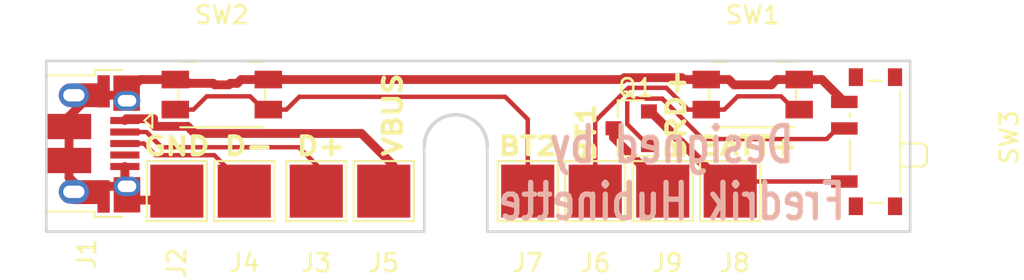
<source format=kicad_pcb>
(kicad_pcb (version 20171130) (host pcbnew 5.0.2-bee76a0~70~ubuntu18.04.1)

  (general
    (thickness 1.6)
    (drawings 17)
    (tracks 95)
    (zones 0)
    (modules 13)
    (nets 11)
  )

  (page A4)
  (layers
    (0 F.Cu signal)
    (31 B.Cu signal)
    (33 F.Adhes user)
    (35 F.Paste user)
    (36 B.SilkS user)
    (37 F.SilkS user)
    (39 F.Mask user)
    (40 Dwgs.User user)
    (41 Cmts.User user)
    (42 Eco1.User user)
    (43 Eco2.User user)
    (44 Edge.Cuts user)
    (45 Margin user)
    (46 B.CrtYd user)
    (47 F.CrtYd user)
    (49 F.Fab user)
  )

  (setup
    (last_trace_width 0.25)
    (trace_clearance 0.2)
    (zone_clearance 0.508)
    (zone_45_only no)
    (trace_min 0.2)
    (segment_width 0.2)
    (edge_width 0.15)
    (via_size 0.8)
    (via_drill 0.4)
    (via_min_size 0.4)
    (via_min_drill 0.3)
    (uvia_size 0.3)
    (uvia_drill 0.1)
    (uvias_allowed no)
    (uvia_min_size 0.2)
    (uvia_min_drill 0.1)
    (pcb_text_width 0.3)
    (pcb_text_size 1.5 1.5)
    (mod_edge_width 0.15)
    (mod_text_size 1 1)
    (mod_text_width 0.15)
    (pad_size 1.524 1.524)
    (pad_drill 0.762)
    (pad_to_mask_clearance 0.051)
    (solder_mask_min_width 0.25)
    (aux_axis_origin 0 0)
    (visible_elements FFFFFF7F)
    (pcbplotparams
      (layerselection 0x010fc_ffffffff)
      (usegerberextensions false)
      (usegerberattributes false)
      (usegerberadvancedattributes false)
      (creategerberjobfile false)
      (excludeedgelayer true)
      (linewidth 0.100000)
      (plotframeref false)
      (viasonmask false)
      (mode 1)
      (useauxorigin false)
      (hpglpennumber 1)
      (hpglpenspeed 20)
      (hpglpendiameter 15.000000)
      (psnegative false)
      (psa4output false)
      (plotreference true)
      (plotvalue true)
      (plotinvisibletext false)
      (padsonsilk false)
      (subtractmaskfromsilk false)
      (outputformat 1)
      (mirror false)
      (drillshape 1)
      (scaleselection 1)
      (outputdirectory ""))
  )

  (net 0 "")
  (net 1 "Net-(J1-Pad5)")
  (net 2 "Net-(J1-Pad1)")
  (net 3 "Net-(J1-Pad2)")
  (net 4 "Net-(J1-Pad3)")
  (net 5 "Net-(J6-Pad1)")
  (net 6 "Net-(J7-Pad1)")
  (net 7 "Net-(J1-Pad4)")
  (net 8 "Net-(J8-Pad1)")
  (net 9 "Net-(J9-Pad1)")
  (net 10 "Net-(Q1-Pad1)")

  (net_class Default "This is the default net class."
    (clearance 0.2)
    (trace_width 0.25)
    (via_dia 0.8)
    (via_drill 0.4)
    (uvia_dia 0.3)
    (uvia_drill 0.1)
    (add_net "Net-(J1-Pad1)")
    (add_net "Net-(J1-Pad2)")
    (add_net "Net-(J1-Pad3)")
    (add_net "Net-(J1-Pad4)")
    (add_net "Net-(J1-Pad5)")
    (add_net "Net-(J6-Pad1)")
    (add_net "Net-(J7-Pad1)")
    (add_net "Net-(J8-Pad1)")
    (add_net "Net-(J9-Pad1)")
    (add_net "Net-(Q1-Pad1)")
  )

  (net_class POW ""
    (clearance 0.2)
    (trace_width 0.5)
    (via_dia 0.8)
    (via_drill 0.4)
    (uvia_dia 0.3)
    (uvia_drill 0.1)
  )

  (module Connector_USB:USB_Micro-B_Amphenol_10103594-0001LF_Horizontal (layer F.Cu) (tedit 5A1DC0BD) (tstamp 5E07C389)
    (at 22.733 50.673 270)
    (descr "Micro USB Type B 10103594-0001LF, http://cdn.amphenol-icc.com/media/wysiwyg/files/drawing/10103594.pdf")
    (tags "USB USB_B USB_micro USB_OTG")
    (path /5DFC5A9E)
    (attr smd)
    (fp_text reference J1 (at 6.223 0.381 270) (layer F.SilkS)
      (effects (font (size 1 1) (thickness 0.15)))
    )
    (fp_text value USB_B_Micro (at -0.025 4.435 270) (layer F.Fab)
      (effects (font (size 1 1) (thickness 0.15)))
    )
    (fp_text user "PCB edge" (at -0.025 2.235 270) (layer Dwgs.User)
      (effects (font (size 0.5 0.5) (thickness 0.075)))
    )
    (fp_text user %R (at -0.025 -0.015 90) (layer F.Fab)
      (effects (font (size 1 1) (thickness 0.15)))
    )
    (fp_line (start -4.175 -0.065) (end -4.175 -1.615) (layer F.SilkS) (width 0.12))
    (fp_line (start -4.175 -0.065) (end -3.875 -0.065) (layer F.SilkS) (width 0.12))
    (fp_line (start -3.875 2.735) (end -3.875 -0.065) (layer F.SilkS) (width 0.12))
    (fp_line (start 4.125 -0.065) (end 4.125 -1.615) (layer F.SilkS) (width 0.12))
    (fp_line (start 3.825 -0.065) (end 4.125 -0.065) (layer F.SilkS) (width 0.12))
    (fp_line (start 3.825 2.735) (end 3.825 -0.065) (layer F.SilkS) (width 0.12))
    (fp_line (start -0.925 -3.315) (end -1.325 -2.865) (layer F.SilkS) (width 0.12))
    (fp_line (start -1.725 -3.315) (end -0.925 -3.315) (layer F.SilkS) (width 0.12))
    (fp_line (start -1.325 -2.865) (end -1.725 -3.315) (layer F.SilkS) (width 0.12))
    (fp_line (start -3.775 -0.865) (end -2.975 -1.615) (layer F.Fab) (width 0.12))
    (fp_line (start 3.725 3.335) (end -3.775 3.335) (layer F.Fab) (width 0.12))
    (fp_line (start 3.725 -1.615) (end 3.725 3.335) (layer F.Fab) (width 0.12))
    (fp_line (start -2.975 -1.615) (end 3.725 -1.615) (layer F.Fab) (width 0.12))
    (fp_line (start -3.775 3.335) (end -3.775 -0.865) (layer F.Fab) (width 0.12))
    (fp_line (start -4.025 2.835) (end 3.975 2.835) (layer Dwgs.User) (width 0.1))
    (fp_line (start -4.13 -2.88) (end 4.14 -2.88) (layer F.CrtYd) (width 0.05))
    (fp_line (start -4.13 -2.88) (end -4.13 3.58) (layer F.CrtYd) (width 0.05))
    (fp_line (start 4.14 3.58) (end 4.14 -2.88) (layer F.CrtYd) (width 0.05))
    (fp_line (start 4.14 3.58) (end -4.13 3.58) (layer F.CrtYd) (width 0.05))
    (pad 6 smd rect (at 2.725 0.185 270) (size 1.35 2) (layers F.Cu F.Paste F.Mask)
      (net 1 "Net-(J1-Pad5)"))
    (pad 6 smd rect (at -2.755 0.185 270) (size 1.35 2) (layers F.Cu F.Paste F.Mask)
      (net 1 "Net-(J1-Pad5)"))
    (pad 6 smd rect (at -2.975 -0.565 270) (size 1.825 0.7) (layers F.Cu F.Paste F.Mask)
      (net 1 "Net-(J1-Pad5)"))
    (pad 6 smd rect (at 2.975 -0.565 270) (size 1.825 0.7) (layers F.Cu F.Paste F.Mask)
      (net 1 "Net-(J1-Pad5)"))
    (pad 6 smd rect (at -2.875 -1.865 270) (size 2 1.5) (layers F.Cu F.Paste F.Mask)
      (net 1 "Net-(J1-Pad5)"))
    (pad 6 smd rect (at 2.875 -1.885 270) (size 2 1.5) (layers F.Cu F.Paste F.Mask)
      (net 1 "Net-(J1-Pad5)"))
    (pad 1 smd rect (at -1.325 -1.765) (size 1.65 0.4) (layers F.Cu F.Paste F.Mask)
      (net 2 "Net-(J1-Pad1)"))
    (pad 2 smd rect (at -0.675 -1.765) (size 1.65 0.4) (layers F.Cu F.Paste F.Mask)
      (net 3 "Net-(J1-Pad2)"))
    (pad 3 smd rect (at -0.025 -1.765) (size 1.65 0.4) (layers F.Cu F.Paste F.Mask)
      (net 4 "Net-(J1-Pad3)"))
    (pad 4 smd rect (at 0.625 -1.765) (size 1.65 0.4) (layers F.Cu F.Paste F.Mask)
      (net 7 "Net-(J1-Pad4)"))
    (pad 5 smd rect (at 1.275 -1.765) (size 1.65 0.4) (layers F.Cu F.Paste F.Mask)
      (net 1 "Net-(J1-Pad5)"))
    (pad 6 thru_hole oval (at -2.445 -1.885) (size 1.5 1.1) (drill oval 1.05 0.65) (layers *.Cu *.Mask)
      (net 1 "Net-(J1-Pad5)"))
    (pad 6 thru_hole oval (at 2.395 -1.885) (size 1.5 1.1) (drill oval 1.05 0.65) (layers *.Cu *.Mask)
      (net 1 "Net-(J1-Pad5)"))
    (pad 6 thru_hole oval (at -2.755 1.115) (size 1.7 1.35) (drill oval 1.2 0.7) (layers *.Cu *.Mask)
      (net 1 "Net-(J1-Pad5)"))
    (pad 6 thru_hole oval (at 2.705 1.115) (size 1.7 1.35) (drill oval 1.2 0.7) (layers *.Cu *.Mask)
      (net 1 "Net-(J1-Pad5)"))
    (pad 6 smd rect (at -0.985 1.385) (size 2.5 1.43) (layers F.Cu F.Paste F.Mask)
      (net 1 "Net-(J1-Pad5)"))
    (pad 6 smd rect (at 0.935 1.385) (size 2.5 1.43) (layers F.Cu F.Paste F.Mask)
      (net 1 "Net-(J1-Pad5)"))
    (model ${KISYS3DMOD}/Connector_USB.3dshapes/USB_Micro-B_Amphenol_10103594-0001LF_Horizontal.wrl
      (at (xyz 0 0 0))
      (scale (xyz 1 1 1))
      (rotate (xyz 0 0 0))
    )
  )

  (module Button_Switch_SMD:Panasonic_EVQPUL_EVQPUC (layer F.Cu) (tedit 5A02FC95) (tstamp 5E6F853D)
    (at 59.944 47.879)
    (descr http://industrial.panasonic.com/cdbs/www-data/pdf/ATV0000/ATV0000CE5.pdf)
    (tags "SMD SMT SPST EVQPUL EVQPUC")
    (path /5DFC5EEE)
    (attr smd)
    (fp_text reference SW1 (at 0 -4.5) (layer F.SilkS)
      (effects (font (size 1 1) (thickness 0.15)))
    )
    (fp_text value SW_Push (at 0 3.5) (layer F.Fab)
      (effects (font (size 1 1) (thickness 0.15)))
    )
    (fp_text user %R (at 0 0) (layer F.Fab)
      (effects (font (size 1 1) (thickness 0.15)))
    )
    (fp_line (start 3.9 2.25) (end 3.9 -3.25) (layer F.CrtYd) (width 0.05))
    (fp_line (start 2.35 -1.85) (end 1.425 -1.85) (layer F.SilkS) (width 0.12))
    (fp_line (start 2.35 1.85) (end -2.35 1.85) (layer F.SilkS) (width 0.12))
    (fp_line (start -2.45 0.275) (end -2.45 -0.275) (layer F.SilkS) (width 0.12))
    (fp_line (start -1.3 -2.75) (end -1.3 -1.75) (layer F.Fab) (width 0.1))
    (fp_line (start 1.3 -2.75) (end 1.3 -1.75) (layer F.Fab) (width 0.1))
    (fp_line (start 1.3 -2.75) (end -1.3 -2.75) (layer F.Fab) (width 0.1))
    (fp_line (start 2.35 1.75) (end 2.35 -1.75) (layer F.Fab) (width 0.1))
    (fp_line (start -2.35 1.75) (end -2.35 -1.75) (layer F.Fab) (width 0.1))
    (fp_line (start 2.35 -1.75) (end -2.35 -1.75) (layer F.Fab) (width 0.1))
    (fp_line (start 2.35 1.75) (end -2.35 1.75) (layer F.Fab) (width 0.1))
    (fp_line (start 2.45 0.275) (end 2.45 -0.275) (layer F.SilkS) (width 0.12))
    (fp_line (start -1.425 -1.85) (end -2.35 -1.85) (layer F.SilkS) (width 0.12))
    (fp_line (start -3.9 2.25) (end -3.9 -3.25) (layer F.CrtYd) (width 0.05))
    (fp_line (start 3.9 2.25) (end -3.9 2.25) (layer F.CrtYd) (width 0.05))
    (fp_line (start 3.9 -3.25) (end -3.9 -3.25) (layer F.CrtYd) (width 0.05))
    (pad 2 smd rect (at 2.625 0.85 180) (size 1.55 1) (layers F.Cu F.Paste F.Mask)
      (net 5 "Net-(J6-Pad1)"))
    (pad 2 smd rect (at -2.625 0.85 180) (size 1.55 1) (layers F.Cu F.Paste F.Mask)
      (net 5 "Net-(J6-Pad1)"))
    (pad 1 smd rect (at -2.625 -0.85 180) (size 1.55 1) (layers F.Cu F.Paste F.Mask)
      (net 1 "Net-(J1-Pad5)"))
    (pad 1 smd rect (at 2.625 -0.85 180) (size 1.55 1) (layers F.Cu F.Paste F.Mask)
      (net 1 "Net-(J1-Pad5)"))
    (pad "" np_thru_hole circle (at 0 1.375 180) (size 0.75 0.75) (drill 0.75) (layers *.Cu *.Mask))
    (pad "" np_thru_hole circle (at 0 -1.375 180) (size 0.75 0.75) (drill 0.75) (layers *.Cu *.Mask))
    (model ${KISYS3DMOD}/Button_Switch_SMD.3dshapes/Panasonic_EVQPUL_EVQPUC.wrl
      (at (xyz 0 0 0))
      (scale (xyz 1 1 1))
      (rotate (xyz 0 0 0))
    )
  )

  (module Button_Switch_SMD:Panasonic_EVQPUL_EVQPUC (layer F.Cu) (tedit 5A02FC95) (tstamp 5E07D11B)
    (at 29.972 47.879)
    (descr http://industrial.panasonic.com/cdbs/www-data/pdf/ATV0000/ATV0000CE5.pdf)
    (tags "SMD SMT SPST EVQPUL EVQPUC")
    (path /5DFC603E)
    (attr smd)
    (fp_text reference SW2 (at 0 -4.5) (layer F.SilkS)
      (effects (font (size 1 1) (thickness 0.15)))
    )
    (fp_text value SW_Push (at 0 3.5) (layer F.Fab)
      (effects (font (size 1 1) (thickness 0.15)))
    )
    (fp_line (start 3.9 -3.25) (end -3.9 -3.25) (layer F.CrtYd) (width 0.05))
    (fp_line (start 3.9 2.25) (end -3.9 2.25) (layer F.CrtYd) (width 0.05))
    (fp_line (start -3.9 2.25) (end -3.9 -3.25) (layer F.CrtYd) (width 0.05))
    (fp_line (start -1.425 -1.85) (end -2.35 -1.85) (layer F.SilkS) (width 0.12))
    (fp_line (start 2.45 0.275) (end 2.45 -0.275) (layer F.SilkS) (width 0.12))
    (fp_line (start 2.35 1.75) (end -2.35 1.75) (layer F.Fab) (width 0.1))
    (fp_line (start 2.35 -1.75) (end -2.35 -1.75) (layer F.Fab) (width 0.1))
    (fp_line (start -2.35 1.75) (end -2.35 -1.75) (layer F.Fab) (width 0.1))
    (fp_line (start 2.35 1.75) (end 2.35 -1.75) (layer F.Fab) (width 0.1))
    (fp_line (start 1.3 -2.75) (end -1.3 -2.75) (layer F.Fab) (width 0.1))
    (fp_line (start 1.3 -2.75) (end 1.3 -1.75) (layer F.Fab) (width 0.1))
    (fp_line (start -1.3 -2.75) (end -1.3 -1.75) (layer F.Fab) (width 0.1))
    (fp_line (start -2.45 0.275) (end -2.45 -0.275) (layer F.SilkS) (width 0.12))
    (fp_line (start 2.35 1.85) (end -2.35 1.85) (layer F.SilkS) (width 0.12))
    (fp_line (start 2.35 -1.85) (end 1.425 -1.85) (layer F.SilkS) (width 0.12))
    (fp_line (start 3.9 2.25) (end 3.9 -3.25) (layer F.CrtYd) (width 0.05))
    (fp_text user %R (at 0 0) (layer F.Fab)
      (effects (font (size 1 1) (thickness 0.15)))
    )
    (pad "" np_thru_hole circle (at 0 -1.375 180) (size 0.75 0.75) (drill 0.75) (layers *.Cu *.Mask))
    (pad "" np_thru_hole circle (at 0 1.375 180) (size 0.75 0.75) (drill 0.75) (layers *.Cu *.Mask))
    (pad 1 smd rect (at 2.625 -0.85 180) (size 1.55 1) (layers F.Cu F.Paste F.Mask)
      (net 1 "Net-(J1-Pad5)"))
    (pad 1 smd rect (at -2.625 -0.85 180) (size 1.55 1) (layers F.Cu F.Paste F.Mask)
      (net 1 "Net-(J1-Pad5)"))
    (pad 2 smd rect (at -2.625 0.85 180) (size 1.55 1) (layers F.Cu F.Paste F.Mask)
      (net 6 "Net-(J7-Pad1)"))
    (pad 2 smd rect (at 2.625 0.85 180) (size 1.55 1) (layers F.Cu F.Paste F.Mask)
      (net 6 "Net-(J7-Pad1)"))
    (model ${KISYS3DMOD}/Button_Switch_SMD.3dshapes/Panasonic_EVQPUL_EVQPUC.wrl
      (at (xyz 0 0 0))
      (scale (xyz 1 1 1))
      (rotate (xyz 0 0 0))
    )
  )

  (module TestPoint:TestPoint_Pad_3.0x3.0mm (layer F.Cu) (tedit 5A0F774F) (tstamp 5E07C70D)
    (at 27.432 53.34 90)
    (descr "SMD rectangular pad as test Point, square 3.0mm side length")
    (tags "test point SMD pad rectangle square")
    (path /5DFC7B5D)
    (attr virtual)
    (fp_text reference J2 (at -4.064 0 90) (layer F.SilkS)
      (effects (font (size 1 1) (thickness 0.15)))
    )
    (fp_text value GND (at 0 2.55 90) (layer F.Fab)
      (effects (font (size 1 1) (thickness 0.15)))
    )
    (fp_text user %R (at 0 -2.4 90) (layer F.Fab)
      (effects (font (size 1 1) (thickness 0.15)))
    )
    (fp_line (start -1.7 -1.7) (end 1.7 -1.7) (layer F.SilkS) (width 0.12))
    (fp_line (start 1.7 -1.7) (end 1.7 1.7) (layer F.SilkS) (width 0.12))
    (fp_line (start 1.7 1.7) (end -1.7 1.7) (layer F.SilkS) (width 0.12))
    (fp_line (start -1.7 1.7) (end -1.7 -1.7) (layer F.SilkS) (width 0.12))
    (fp_line (start -2 -2) (end 2 -2) (layer F.CrtYd) (width 0.05))
    (fp_line (start -2 -2) (end -2 2) (layer F.CrtYd) (width 0.05))
    (fp_line (start 2 2) (end 2 -2) (layer F.CrtYd) (width 0.05))
    (fp_line (start 2 2) (end -2 2) (layer F.CrtYd) (width 0.05))
    (pad 1 smd rect (at 0 0 90) (size 3 3) (layers F.Cu F.Mask)
      (net 1 "Net-(J1-Pad5)"))
  )

  (module TestPoint:TestPoint_Pad_3.0x3.0mm (layer F.Cu) (tedit 5A0F774F) (tstamp 5E6F870E)
    (at 35.306 53.34)
    (descr "SMD rectangular pad as test Point, square 3.0mm side length")
    (tags "test point SMD pad rectangle square")
    (path /5DFC7BFE)
    (attr virtual)
    (fp_text reference J3 (at 0 4.064) (layer F.SilkS)
      (effects (font (size 1 1) (thickness 0.15)))
    )
    (fp_text value D- (at 0 2.55) (layer F.Fab)
      (effects (font (size 1 1) (thickness 0.15)))
    )
    (fp_line (start 2 2) (end -2 2) (layer F.CrtYd) (width 0.05))
    (fp_line (start 2 2) (end 2 -2) (layer F.CrtYd) (width 0.05))
    (fp_line (start -2 -2) (end -2 2) (layer F.CrtYd) (width 0.05))
    (fp_line (start -2 -2) (end 2 -2) (layer F.CrtYd) (width 0.05))
    (fp_line (start -1.7 1.7) (end -1.7 -1.7) (layer F.SilkS) (width 0.12))
    (fp_line (start 1.7 1.7) (end -1.7 1.7) (layer F.SilkS) (width 0.12))
    (fp_line (start 1.7 -1.7) (end 1.7 1.7) (layer F.SilkS) (width 0.12))
    (fp_line (start -1.7 -1.7) (end 1.7 -1.7) (layer F.SilkS) (width 0.12))
    (fp_text user %R (at 0 -2.4) (layer F.Fab)
      (effects (font (size 1 1) (thickness 0.15)))
    )
    (pad 1 smd rect (at 0 0) (size 3 3) (layers F.Cu F.Mask)
      (net 3 "Net-(J1-Pad2)"))
  )

  (module TestPoint:TestPoint_Pad_3.0x3.0mm (layer F.Cu) (tedit 5A0F774F) (tstamp 5E07C727)
    (at 31.242 53.34)
    (descr "SMD rectangular pad as test Point, square 3.0mm side length")
    (tags "test point SMD pad rectangle square")
    (path /5DFC8609)
    (attr virtual)
    (fp_text reference J4 (at 0 4.064) (layer F.SilkS)
      (effects (font (size 1 1) (thickness 0.15)))
    )
    (fp_text value D+ (at 0 2.55) (layer F.Fab)
      (effects (font (size 1 1) (thickness 0.15)))
    )
    (fp_text user %R (at 0 -2.4) (layer F.Fab)
      (effects (font (size 1 1) (thickness 0.15)))
    )
    (fp_line (start -1.7 -1.7) (end 1.7 -1.7) (layer F.SilkS) (width 0.12))
    (fp_line (start 1.7 -1.7) (end 1.7 1.7) (layer F.SilkS) (width 0.12))
    (fp_line (start 1.7 1.7) (end -1.7 1.7) (layer F.SilkS) (width 0.12))
    (fp_line (start -1.7 1.7) (end -1.7 -1.7) (layer F.SilkS) (width 0.12))
    (fp_line (start -2 -2) (end 2 -2) (layer F.CrtYd) (width 0.05))
    (fp_line (start -2 -2) (end -2 2) (layer F.CrtYd) (width 0.05))
    (fp_line (start 2 2) (end 2 -2) (layer F.CrtYd) (width 0.05))
    (fp_line (start 2 2) (end -2 2) (layer F.CrtYd) (width 0.05))
    (pad 1 smd rect (at 0 0) (size 3 3) (layers F.Cu F.Mask)
      (net 4 "Net-(J1-Pad3)"))
  )

  (module TestPoint:TestPoint_Pad_3.0x3.0mm (layer F.Cu) (tedit 5A0F774F) (tstamp 5E07C734)
    (at 39.116 53.34)
    (descr "SMD rectangular pad as test Point, square 3.0mm side length")
    (tags "test point SMD pad rectangle square")
    (path /5DFC862B)
    (attr virtual)
    (fp_text reference J5 (at 0 4.064) (layer F.SilkS)
      (effects (font (size 1 1) (thickness 0.15)))
    )
    (fp_text value VBUS (at 0 2.55) (layer F.Fab)
      (effects (font (size 1 1) (thickness 0.15)))
    )
    (fp_line (start 2 2) (end -2 2) (layer F.CrtYd) (width 0.05))
    (fp_line (start 2 2) (end 2 -2) (layer F.CrtYd) (width 0.05))
    (fp_line (start -2 -2) (end -2 2) (layer F.CrtYd) (width 0.05))
    (fp_line (start -2 -2) (end 2 -2) (layer F.CrtYd) (width 0.05))
    (fp_line (start -1.7 1.7) (end -1.7 -1.7) (layer F.SilkS) (width 0.12))
    (fp_line (start 1.7 1.7) (end -1.7 1.7) (layer F.SilkS) (width 0.12))
    (fp_line (start 1.7 -1.7) (end 1.7 1.7) (layer F.SilkS) (width 0.12))
    (fp_line (start -1.7 -1.7) (end 1.7 -1.7) (layer F.SilkS) (width 0.12))
    (fp_text user %R (at 0 -2.4) (layer F.Fab)
      (effects (font (size 1 1) (thickness 0.15)))
    )
    (pad 1 smd rect (at 0 0) (size 3 3) (layers F.Cu F.Mask)
      (net 2 "Net-(J1-Pad1)"))
  )

  (module TestPoint:TestPoint_Pad_3.0x3.0mm (layer F.Cu) (tedit 5A0F774F) (tstamp 5E07C741)
    (at 51.054 53.34)
    (descr "SMD rectangular pad as test Point, square 3.0mm side length")
    (tags "test point SMD pad rectangle square")
    (path /5DFC8CBF)
    (attr virtual)
    (fp_text reference J6 (at 0 4.064) (layer F.SilkS)
      (effects (font (size 1 1) (thickness 0.15)))
    )
    (fp_text value BT1 (at 0 2.55) (layer F.Fab)
      (effects (font (size 1 1) (thickness 0.15)))
    )
    (fp_text user %R (at 0 -2.4) (layer F.Fab)
      (effects (font (size 1 1) (thickness 0.15)))
    )
    (fp_line (start -1.7 -1.7) (end 1.7 -1.7) (layer F.SilkS) (width 0.12))
    (fp_line (start 1.7 -1.7) (end 1.7 1.7) (layer F.SilkS) (width 0.12))
    (fp_line (start 1.7 1.7) (end -1.7 1.7) (layer F.SilkS) (width 0.12))
    (fp_line (start -1.7 1.7) (end -1.7 -1.7) (layer F.SilkS) (width 0.12))
    (fp_line (start -2 -2) (end 2 -2) (layer F.CrtYd) (width 0.05))
    (fp_line (start -2 -2) (end -2 2) (layer F.CrtYd) (width 0.05))
    (fp_line (start 2 2) (end 2 -2) (layer F.CrtYd) (width 0.05))
    (fp_line (start 2 2) (end -2 2) (layer F.CrtYd) (width 0.05))
    (pad 1 smd rect (at 0 0) (size 3 3) (layers F.Cu F.Mask)
      (net 5 "Net-(J6-Pad1)"))
  )

  (module TestPoint:TestPoint_Pad_3.0x3.0mm (layer F.Cu) (tedit 5A0F774F) (tstamp 5E07C74E)
    (at 47.244 53.34)
    (descr "SMD rectangular pad as test Point, square 3.0mm side length")
    (tags "test point SMD pad rectangle square")
    (path /5DFC8CE9)
    (attr virtual)
    (fp_text reference J7 (at 0 4.064) (layer F.SilkS)
      (effects (font (size 1 1) (thickness 0.15)))
    )
    (fp_text value BT2 (at 0 2.55) (layer F.Fab)
      (effects (font (size 1 1) (thickness 0.15)))
    )
    (fp_line (start 2 2) (end -2 2) (layer F.CrtYd) (width 0.05))
    (fp_line (start 2 2) (end 2 -2) (layer F.CrtYd) (width 0.05))
    (fp_line (start -2 -2) (end -2 2) (layer F.CrtYd) (width 0.05))
    (fp_line (start -2 -2) (end 2 -2) (layer F.CrtYd) (width 0.05))
    (fp_line (start -1.7 1.7) (end -1.7 -1.7) (layer F.SilkS) (width 0.12))
    (fp_line (start 1.7 1.7) (end -1.7 1.7) (layer F.SilkS) (width 0.12))
    (fp_line (start 1.7 -1.7) (end 1.7 1.7) (layer F.SilkS) (width 0.12))
    (fp_line (start -1.7 -1.7) (end 1.7 -1.7) (layer F.SilkS) (width 0.12))
    (fp_text user %R (at 0 -2.4) (layer F.Fab)
      (effects (font (size 1 1) (thickness 0.15)))
    )
    (pad 1 smd rect (at 0 0) (size 3 3) (layers F.Cu F.Mask)
      (net 6 "Net-(J7-Pad1)"))
  )

  (module TestPoint:TestPoint_Pad_3.0x3.0mm (layer F.Cu) (tedit 5A0F774F) (tstamp 5E6F7A71)
    (at 58.674 53.34)
    (descr "SMD rectangular pad as test Point, square 3.0mm side length")
    (tags "test point SMD pad rectangle square")
    (path /5E648274)
    (attr virtual)
    (fp_text reference J8 (at 0.254 4.064) (layer F.SilkS)
      (effects (font (size 1 1) (thickness 0.15)))
    )
    (fp_text value BATT+ (at 0 2.55) (layer F.Fab)
      (effects (font (size 1 1) (thickness 0.15)))
    )
    (fp_text user %R (at 0 -2.4) (layer F.Fab)
      (effects (font (size 1 1) (thickness 0.15)))
    )
    (fp_line (start -1.7 -1.7) (end 1.7 -1.7) (layer F.SilkS) (width 0.12))
    (fp_line (start 1.7 -1.7) (end 1.7 1.7) (layer F.SilkS) (width 0.12))
    (fp_line (start 1.7 1.7) (end -1.7 1.7) (layer F.SilkS) (width 0.12))
    (fp_line (start -1.7 1.7) (end -1.7 -1.7) (layer F.SilkS) (width 0.12))
    (fp_line (start -2 -2) (end 2 -2) (layer F.CrtYd) (width 0.05))
    (fp_line (start -2 -2) (end -2 2) (layer F.CrtYd) (width 0.05))
    (fp_line (start 2 2) (end 2 -2) (layer F.CrtYd) (width 0.05))
    (fp_line (start 2 2) (end -2 2) (layer F.CrtYd) (width 0.05))
    (pad 1 smd rect (at 0 0) (size 3 3) (layers F.Cu F.Mask)
      (net 8 "Net-(J8-Pad1)"))
  )

  (module TestPoint:TestPoint_Pad_3.0x3.0mm (layer F.Cu) (tedit 5A0F774F) (tstamp 5E6F7A7F)
    (at 54.864 53.34)
    (descr "SMD rectangular pad as test Point, square 3.0mm side length")
    (tags "test point SMD pad rectangle square")
    (path /5E6482F4)
    (attr virtual)
    (fp_text reference J9 (at 0.254 4.064) (layer F.SilkS)
      (effects (font (size 1 1) (thickness 0.15)))
    )
    (fp_text value PB+ (at 0 2.55) (layer F.Fab)
      (effects (font (size 1 1) (thickness 0.15)))
    )
    (fp_line (start 2 2) (end -2 2) (layer F.CrtYd) (width 0.05))
    (fp_line (start 2 2) (end 2 -2) (layer F.CrtYd) (width 0.05))
    (fp_line (start -2 -2) (end -2 2) (layer F.CrtYd) (width 0.05))
    (fp_line (start -2 -2) (end 2 -2) (layer F.CrtYd) (width 0.05))
    (fp_line (start -1.7 1.7) (end -1.7 -1.7) (layer F.SilkS) (width 0.12))
    (fp_line (start 1.7 1.7) (end -1.7 1.7) (layer F.SilkS) (width 0.12))
    (fp_line (start 1.7 -1.7) (end 1.7 1.7) (layer F.SilkS) (width 0.12))
    (fp_line (start -1.7 -1.7) (end 1.7 -1.7) (layer F.SilkS) (width 0.12))
    (fp_text user %R (at 0 -2.4) (layer F.Fab)
      (effects (font (size 1 1) (thickness 0.15)))
    )
    (pad 1 smd rect (at 0 0) (size 3 3) (layers F.Cu F.Mask)
      (net 9 "Net-(J9-Pad1)"))
  )

  (module Button_Switch_SMD:SW_SPDT_PCM12 (layer F.Cu) (tedit 5A02FC95) (tstamp 5E6F7AB7)
    (at 66.548 50.546 90)
    (descr "Ultraminiature Surface Mount Slide Switch")
    (path /5E648126)
    (attr smd)
    (fp_text reference SW3 (at 0.254 7.874 90) (layer F.SilkS)
      (effects (font (size 1 1) (thickness 0.15)))
    )
    (fp_text value SW_SPDT (at 0 4.25 90) (layer F.Fab)
      (effects (font (size 1 1) (thickness 0.15)))
    )
    (fp_text user %R (at 0 -3.2 90) (layer F.Fab)
      (effects (font (size 1 1) (thickness 0.15)))
    )
    (fp_line (start -1.4 1.65) (end -1.4 2.95) (layer F.Fab) (width 0.1))
    (fp_line (start -1.4 2.95) (end -1.2 3.15) (layer F.Fab) (width 0.1))
    (fp_line (start -1.2 3.15) (end -0.35 3.15) (layer F.Fab) (width 0.1))
    (fp_line (start -0.35 3.15) (end -0.15 2.95) (layer F.Fab) (width 0.1))
    (fp_line (start -0.15 2.95) (end -0.1 2.9) (layer F.Fab) (width 0.1))
    (fp_line (start -0.1 2.9) (end -0.1 1.6) (layer F.Fab) (width 0.1))
    (fp_line (start -3.35 -1) (end -3.35 1.6) (layer F.Fab) (width 0.1))
    (fp_line (start -3.35 1.6) (end 3.35 1.6) (layer F.Fab) (width 0.1))
    (fp_line (start 3.35 1.6) (end 3.35 -1) (layer F.Fab) (width 0.1))
    (fp_line (start 3.35 -1) (end -3.35 -1) (layer F.Fab) (width 0.1))
    (fp_line (start 1.4 -1.12) (end 1.6 -1.12) (layer F.SilkS) (width 0.12))
    (fp_line (start -4.4 -2.45) (end 4.4 -2.45) (layer F.CrtYd) (width 0.05))
    (fp_line (start 4.4 -2.45) (end 4.4 2.1) (layer F.CrtYd) (width 0.05))
    (fp_line (start 4.4 2.1) (end 1.65 2.1) (layer F.CrtYd) (width 0.05))
    (fp_line (start 1.65 2.1) (end 1.65 3.4) (layer F.CrtYd) (width 0.05))
    (fp_line (start 1.65 3.4) (end -1.65 3.4) (layer F.CrtYd) (width 0.05))
    (fp_line (start -1.65 3.4) (end -1.65 2.1) (layer F.CrtYd) (width 0.05))
    (fp_line (start -1.65 2.1) (end -4.4 2.1) (layer F.CrtYd) (width 0.05))
    (fp_line (start -4.4 2.1) (end -4.4 -2.45) (layer F.CrtYd) (width 0.05))
    (fp_line (start -1.4 3.02) (end -1.2 3.23) (layer F.SilkS) (width 0.12))
    (fp_line (start -0.1 3.02) (end -0.3 3.23) (layer F.SilkS) (width 0.12))
    (fp_line (start -1.4 1.73) (end -1.4 3.02) (layer F.SilkS) (width 0.12))
    (fp_line (start -1.2 3.23) (end -0.3 3.23) (layer F.SilkS) (width 0.12))
    (fp_line (start -0.1 3.02) (end -0.1 1.73) (layer F.SilkS) (width 0.12))
    (fp_line (start -2.85 1.73) (end 2.85 1.73) (layer F.SilkS) (width 0.12))
    (fp_line (start -1.6 -1.12) (end 0.1 -1.12) (layer F.SilkS) (width 0.12))
    (fp_line (start -3.45 -0.07) (end -3.45 0.72) (layer F.SilkS) (width 0.12))
    (fp_line (start 3.45 0.72) (end 3.45 -0.07) (layer F.SilkS) (width 0.12))
    (pad "" np_thru_hole circle (at -1.5 0.33 90) (size 0.9 0.9) (drill 0.9) (layers *.Cu *.Mask))
    (pad "" np_thru_hole circle (at 1.5 0.33 90) (size 0.9 0.9) (drill 0.9) (layers *.Cu *.Mask))
    (pad 1 smd rect (at -2.25 -1.43 90) (size 0.7 1.5) (layers F.Cu F.Paste F.Mask)
      (net 8 "Net-(J8-Pad1)"))
    (pad 2 smd rect (at 0.75 -1.43 90) (size 0.7 1.5) (layers F.Cu F.Paste F.Mask)
      (net 10 "Net-(Q1-Pad1)"))
    (pad 3 smd rect (at 2.25 -1.43 90) (size 0.7 1.5) (layers F.Cu F.Paste F.Mask)
      (net 1 "Net-(J1-Pad5)"))
    (pad "" smd rect (at -3.65 1.43 90) (size 1 0.8) (layers F.Cu F.Paste F.Mask))
    (pad "" smd rect (at 3.65 1.43 90) (size 1 0.8) (layers F.Cu F.Paste F.Mask))
    (pad "" smd rect (at 3.65 -0.78 90) (size 1 0.8) (layers F.Cu F.Paste F.Mask))
    (pad "" smd rect (at -3.65 -0.78 90) (size 1 0.8) (layers F.Cu F.Paste F.Mask))
    (model ${KISYS3DMOD}/Button_Switch_SMD.3dshapes/SW_SPDT_PCM12.wrl
      (at (xyz 0 0 0))
      (scale (xyz 1 1 1))
      (rotate (xyz 0 0 0))
    )
  )

  (module Package_TO_SOT_SMD:SOT-23 (layer F.Cu) (tedit 5A02FF57) (tstamp 5E6F8E3E)
    (at 53.086 49.784 180)
    (descr "SOT-23, Standard")
    (tags SOT-23)
    (path /5E651FD5)
    (attr smd)
    (fp_text reference Q1 (at -0.254 2.286 180) (layer F.SilkS)
      (effects (font (size 1 1) (thickness 0.15)))
    )
    (fp_text value Q_PMOS_GDS (at 0 2.5 180) (layer F.Fab)
      (effects (font (size 1 1) (thickness 0.15)))
    )
    (fp_text user %R (at 0 0 270) (layer F.Fab)
      (effects (font (size 0.5 0.5) (thickness 0.075)))
    )
    (fp_line (start -0.7 -0.95) (end -0.7 1.5) (layer F.Fab) (width 0.1))
    (fp_line (start -0.15 -1.52) (end 0.7 -1.52) (layer F.Fab) (width 0.1))
    (fp_line (start -0.7 -0.95) (end -0.15 -1.52) (layer F.Fab) (width 0.1))
    (fp_line (start 0.7 -1.52) (end 0.7 1.52) (layer F.Fab) (width 0.1))
    (fp_line (start -0.7 1.52) (end 0.7 1.52) (layer F.Fab) (width 0.1))
    (fp_line (start 0.76 1.58) (end 0.76 0.65) (layer F.SilkS) (width 0.12))
    (fp_line (start 0.76 -1.58) (end 0.76 -0.65) (layer F.SilkS) (width 0.12))
    (fp_line (start -1.7 -1.75) (end 1.7 -1.75) (layer F.CrtYd) (width 0.05))
    (fp_line (start 1.7 -1.75) (end 1.7 1.75) (layer F.CrtYd) (width 0.05))
    (fp_line (start 1.7 1.75) (end -1.7 1.75) (layer F.CrtYd) (width 0.05))
    (fp_line (start -1.7 1.75) (end -1.7 -1.75) (layer F.CrtYd) (width 0.05))
    (fp_line (start 0.76 -1.58) (end -1.4 -1.58) (layer F.SilkS) (width 0.12))
    (fp_line (start 0.76 1.58) (end -0.7 1.58) (layer F.SilkS) (width 0.12))
    (pad 1 smd rect (at -1 -0.95 180) (size 0.9 0.8) (layers F.Cu F.Paste F.Mask)
      (net 10 "Net-(Q1-Pad1)"))
    (pad 2 smd rect (at -1 0.95 180) (size 0.9 0.8) (layers F.Cu F.Paste F.Mask)
      (net 8 "Net-(J8-Pad1)"))
    (pad 3 smd rect (at 1 0 180) (size 0.9 0.8) (layers F.Cu F.Paste F.Mask)
      (net 9 "Net-(J9-Pad1)"))
    (model ${KISYS3DMOD}/Package_TO_SOT_SMD.3dshapes/SOT-23.wrl
      (at (xyz 0 0 0))
      (scale (xyz 1 1 1))
      (rotate (xyz 0 0 0))
    )
  )

  (gr_text "BATT+\n" (at 59.69 50.8) (layer F.SilkS) (tstamp 5E6F8FF1)
    (effects (font (size 1 1.2) (thickness 0.25)))
  )
  (gr_text BRD+ (at 55.626 49.022 90) (layer F.SilkS) (tstamp 5E6F8F98)
    (effects (font (size 1 1.2) (thickness 0.25)))
  )
  (gr_text "BT1\n" (at 50.546 50.038 90) (layer F.SilkS) (tstamp 5E6F8EBF)
    (effects (font (size 1 1.2) (thickness 0.25)))
  )
  (gr_text "BT2\n" (at 47.244 50.8) (layer F.SilkS) (tstamp 5E6F8EBF)
    (effects (font (size 1 1.2) (thickness 0.25)))
  )
  (gr_line (start 41.402 55.626) (end 20.066 55.626) (layer Edge.Cuts) (width 0.15))
  (gr_line (start 68.834 55.626) (end 44.958 55.626) (layer Edge.Cuts) (width 0.15))
  (gr_line (start 41.402 50.8) (end 41.402 55.626) (layer Edge.Cuts) (width 0.15))
  (gr_line (start 44.958 50.8) (end 44.958 55.626) (layer Edge.Cuts) (width 0.15))
  (gr_arc (start 43.18 50.8) (end 44.958 50.8) (angle -180) (layer Edge.Cuts) (width 0.2))
  (gr_text "Designed by\nFredrik Hubinette" (at 55.372 52.324) (layer B.SilkS)
    (effects (font (size 2 1.5) (thickness 0.3)) (justify mirror))
  )
  (gr_text VBUS (at 39.624 49.022 90) (layer F.SilkS) (tstamp 5E07CB97)
    (effects (font (size 1 1.2) (thickness 0.25)))
  )
  (gr_text D+ (at 35.56 50.8) (layer F.SilkS) (tstamp 5E07CADE)
    (effects (font (size 1 1.2) (thickness 0.25)))
  )
  (gr_text D- (at 31.496 50.8) (layer F.SilkS) (tstamp 5E07CAC4)
    (effects (font (size 1 1.2) (thickness 0.25)))
  )
  (gr_text GND (at 27.432 50.8) (layer F.SilkS)
    (effects (font (size 1 1.2) (thickness 0.25)))
  )
  (gr_line (start 68.834 45.974) (end 20.066 45.974) (layer Edge.Cuts) (width 0.15))
  (gr_line (start 68.834 55.626) (end 68.834 45.974) (layer Edge.Cuts) (width 0.15))
  (gr_line (start 20.066 45.974) (end 20.066 55.626) (layer Edge.Cuts) (width 0.15))

  (segment (start 22.878 53.068) (end 22.548 53.398) (width 0.5) (layer F.Cu) (net 1) (tstamp 5E07CC88))
  (segment (start 24.618 53.068) (end 22.878 53.068) (width 0.5) (layer F.Cu) (net 1) (tstamp 5E07CC82))
  (segment (start 21.348 51.608) (end 21.348 49.688) (width 0.5) (layer F.Cu) (net 1) (tstamp 5E07CC5E))
  (segment (start 22.173 53.398) (end 22.548 53.398) (width 0.5) (layer F.Cu) (net 1) (tstamp 5E07CC61))
  (segment (start 21.348 52.573) (end 22.173 53.398) (width 0.5) (layer F.Cu) (net 1) (tstamp 5E07CC4C))
  (segment (start 21.348 51.608) (end 21.348 52.573) (width 0.5) (layer F.Cu) (net 1) (tstamp 5E07CC55))
  (segment (start 21.348 49.118) (end 22.548 47.918) (width 0.5) (layer F.Cu) (net 1) (tstamp 5E07CC6D))
  (segment (start 21.348 49.688) (end 21.348 49.118) (width 0.5) (layer F.Cu) (net 1) (tstamp 5E07CC52))
  (segment (start 24.498 53.428) (end 24.618 53.548) (width 0.5) (layer F.Cu) (net 1) (tstamp 5E07CC70))
  (segment (start 24.498 51.948) (end 24.498 53.428) (width 0.5) (layer F.Cu) (net 1) (tstamp 5E07CC76))
  (segment (start 24.478 47.918) (end 24.598 47.798) (width 0.5) (layer F.Cu) (net 1) (tstamp 5E07CC85))
  (segment (start 22.548 47.918) (end 24.478 47.918) (width 0.5) (layer F.Cu) (net 1) (tstamp 5E07CC7C))
  (segment (start 24.918 53.848) (end 24.618 53.548) (width 0.5) (layer F.Cu) (net 1) (tstamp 5E07CC8E))
  (segment (start 27.432 53.848) (end 24.918 53.848) (width 0.5) (layer F.Cu) (net 1) (tstamp 5E07CC5B))
  (segment (start 55.937989 46.922989) (end 56.044 47.029) (width 0.5) (layer F.Cu) (net 1))
  (segment (start 56.044 47.029) (end 57.319 47.029) (width 0.5) (layer F.Cu) (net 1))
  (segment (start 52.59281 47.029) (end 52.698821 46.922989) (width 0.5) (layer F.Cu) (net 1))
  (segment (start 52.698821 46.922989) (end 55.937989 46.922989) (width 0.5) (layer F.Cu) (net 1))
  (segment (start 32.597 47.029) (end 52.59281 47.029) (width 0.5) (layer F.Cu) (net 1))
  (segment (start 61.294 47.029) (end 62.569 47.029) (width 0.5) (layer F.Cu) (net 1))
  (segment (start 60.993999 47.329001) (end 61.294 47.029) (width 0.5) (layer F.Cu) (net 1))
  (segment (start 58.894001 47.329001) (end 60.993999 47.329001) (width 0.5) (layer F.Cu) (net 1))
  (segment (start 58.594 47.029) (end 58.894001 47.329001) (width 0.5) (layer F.Cu) (net 1))
  (segment (start 57.319 47.029) (end 58.594 47.029) (width 0.5) (layer F.Cu) (net 1))
  (segment (start 63.851 47.029) (end 65.118 48.296) (width 0.5) (layer F.Cu) (net 1))
  (segment (start 62.569 47.029) (end 63.851 47.029) (width 0.5) (layer F.Cu) (net 1))
  (segment (start 28.079 47.244) (end 27.864 47.029) (width 0.5) (layer F.Cu) (net 1))
  (segment (start 29.490998 47.244) (end 28.079 47.244) (width 0.5) (layer F.Cu) (net 1))
  (segment (start 25.367 47.029) (end 24.598 47.798) (width 0.5) (layer F.Cu) (net 1))
  (segment (start 31.064 47.029) (end 30.849 47.244) (width 0.5) (layer F.Cu) (net 1))
  (segment (start 30.849 47.244) (end 30.453002 47.244) (width 0.5) (layer F.Cu) (net 1))
  (segment (start 27.864 47.029) (end 25.367 47.029) (width 0.5) (layer F.Cu) (net 1))
  (segment (start 32.089 47.029) (end 31.064 47.029) (width 0.5) (layer F.Cu) (net 1))
  (segment (start 30.368001 47.329001) (end 29.575999 47.329001) (width 0.5) (layer F.Cu) (net 1))
  (segment (start 30.453002 47.244) (end 30.368001 47.329001) (width 0.5) (layer F.Cu) (net 1))
  (segment (start 29.575999 47.329001) (end 29.490998 47.244) (width 0.5) (layer F.Cu) (net 1))
  (segment (start 24.597999 49.248001) (end 24.498 49.348) (width 0.5) (layer F.Cu) (net 2))
  (segment (start 26.121999 49.589001) (end 26.121999 49.248001) (width 0.5) (layer F.Cu) (net 2))
  (segment (start 28.448 50.079001) (end 28.048 49.679001) (width 0.5) (layer F.Cu) (net 2))
  (segment (start 37.855001 50.079001) (end 28.448 50.079001) (width 0.5) (layer F.Cu) (net 2))
  (segment (start 28.048 49.679001) (end 26.211999 49.679001) (width 0.5) (layer F.Cu) (net 2))
  (segment (start 39.624 51.848) (end 37.855001 50.079001) (width 0.5) (layer F.Cu) (net 2))
  (segment (start 39.624 53.848) (end 39.624 51.848) (width 0.5) (layer F.Cu) (net 2))
  (segment (start 26.121999 49.248001) (end 24.597999 49.248001) (width 0.5) (layer F.Cu) (net 2))
  (segment (start 26.211999 49.679001) (end 26.121999 49.589001) (width 0.5) (layer F.Cu) (net 2))
  (segment (start 34.544 53.848) (end 34.544 52.748) (width 0.25) (layer F.Cu) (net 3))
  (segment (start 35.56 52.098) (end 35.56 53.848) (width 0.25) (layer F.Cu) (net 3))
  (segment (start 26.577802 50.85799) (end 34.31999 50.85799) (width 0.25) (layer F.Cu) (net 3))
  (segment (start 25.717812 49.998) (end 26.577802 50.85799) (width 0.25) (layer F.Cu) (net 3))
  (segment (start 34.31999 50.85799) (end 35.56 52.098) (width 0.25) (layer F.Cu) (net 3))
  (segment (start 24.498 49.998) (end 25.717812 49.998) (width 0.25) (layer F.Cu) (net 3))
  (segment (start 25.573 50.648) (end 24.498 50.648) (width 0.25) (layer F.Cu) (net 4))
  (segment (start 26.233 51.308) (end 25.573 50.648) (width 0.25) (layer F.Cu) (net 4))
  (segment (start 29.548 51.308) (end 26.233 51.308) (width 0.25) (layer F.Cu) (net 4))
  (segment (start 30.988 53.848) (end 30.988 52.748) (width 0.25) (layer F.Cu) (net 4))
  (segment (start 30.988 52.748) (end 29.548 51.308) (width 0.25) (layer F.Cu) (net 4))
  (segment (start 51.054 52.098) (end 51.054 53.848) (width 0.25) (layer F.Cu) (net 5))
  (segment (start 51.054 49.380998) (end 51.054 52.098) (width 0.25) (layer F.Cu) (net 5))
  (segment (start 52.936998 47.498) (end 51.054 49.380998) (width 0.25) (layer F.Cu) (net 5))
  (segment (start 55.063 47.498) (end 52.936998 47.498) (width 0.25) (layer F.Cu) (net 5))
  (segment (start 56.294 48.729) (end 55.063 47.498) (width 0.25) (layer F.Cu) (net 5))
  (segment (start 57.319 48.729) (end 56.294 48.729) (width 0.25) (layer F.Cu) (net 5))
  (segment (start 62.294 48.729) (end 62.569 48.729) (width 0.25) (layer F.Cu) (net 5))
  (segment (start 59.094 47.979) (end 61.544 47.979) (width 0.25) (layer F.Cu) (net 5))
  (segment (start 58.344 48.729) (end 59.094 47.979) (width 0.25) (layer F.Cu) (net 5))
  (segment (start 61.544 47.979) (end 62.294 48.729) (width 0.25) (layer F.Cu) (net 5))
  (segment (start 57.319 48.729) (end 58.344 48.729) (width 0.25) (layer F.Cu) (net 5))
  (segment (start 26.839 48.729) (end 27.864 48.729) (width 0.25) (layer F.Cu) (net 6))
  (segment (start 32.322 48.729) (end 32.597 48.729) (width 0.25) (layer F.Cu) (net 6))
  (segment (start 31.572 47.979) (end 32.322 48.729) (width 0.25) (layer F.Cu) (net 6))
  (segment (start 29.122 47.979) (end 31.572 47.979) (width 0.25) (layer F.Cu) (net 6))
  (segment (start 28.372 48.729) (end 29.122 47.979) (width 0.25) (layer F.Cu) (net 6))
  (segment (start 27.347 48.729) (end 28.372 48.729) (width 0.25) (layer F.Cu) (net 6))
  (segment (start 33.622 48.729) (end 34.345 48.006) (width 0.25) (layer F.Cu) (net 6))
  (segment (start 32.597 48.729) (end 33.622 48.729) (width 0.25) (layer F.Cu) (net 6))
  (segment (start 34.345 48.006) (end 45.974 48.006) (width 0.25) (layer F.Cu) (net 6))
  (segment (start 47.244 49.276) (end 47.244 53.594) (width 0.25) (layer F.Cu) (net 6))
  (segment (start 45.974 48.006) (end 47.244 49.276) (width 0.25) (layer F.Cu) (net 6))
  (segment (start 54.086 48.834) (end 54.168 48.834) (width 0.5) (layer F.Cu) (net 8))
  (segment (start 58.674 53.34) (end 58.674 53.848) (width 0.5) (layer F.Cu) (net 8))
  (segment (start 54.168 48.834) (end 58.674 53.34) (width 0.5) (layer F.Cu) (net 8))
  (segment (start 59.726 52.796) (end 58.674 53.848) (width 0.25) (layer F.Cu) (net 8))
  (segment (start 65.118 52.796) (end 59.726 52.796) (width 0.25) (layer F.Cu) (net 8))
  (segment (start 52.086 50.308) (end 52.086 49.784) (width 0.5) (layer F.Cu) (net 9))
  (segment (start 54.864 53.848) (end 54.864 53.086) (width 0.5) (layer F.Cu) (net 9))
  (segment (start 54.864 53.086) (end 52.086 50.308) (width 0.5) (layer F.Cu) (net 9))
  (segment (start 64.718 49.796) (end 65.118 49.796) (width 0.25) (layer F.Cu) (net 10))
  (segment (start 57.125998 50.396) (end 64.118 50.396) (width 0.25) (layer F.Cu) (net 10))
  (segment (start 54.838997 48.108999) (end 57.125998 50.396) (width 0.25) (layer F.Cu) (net 10))
  (segment (start 64.118 50.396) (end 64.718 49.796) (width 0.25) (layer F.Cu) (net 10))
  (segment (start 52.983001 48.108999) (end 54.838997 48.108999) (width 0.25) (layer F.Cu) (net 10))
  (segment (start 52.861001 48.230999) (end 52.983001 48.108999) (width 0.25) (layer F.Cu) (net 10))
  (segment (start 52.861001 49.559001) (end 52.861001 48.230999) (width 0.25) (layer F.Cu) (net 10))
  (segment (start 54.036 50.734) (end 52.861001 49.559001) (width 0.25) (layer F.Cu) (net 10))
  (segment (start 54.086 50.734) (end 54.036 50.734) (width 0.25) (layer F.Cu) (net 10))

)

</source>
